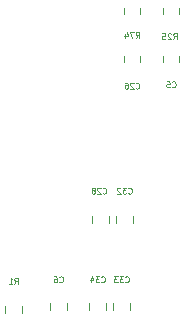
<source format=gbr>
G04 #@! TF.GenerationSoftware,KiCad,Pcbnew,(5.1.5-0-10_14)*
G04 #@! TF.CreationDate,2020-03-02T11:23:44+00:00*
G04 #@! TF.ProjectId,MidiLedController,4d696469-4c65-4644-936f-6e74726f6c6c,C*
G04 #@! TF.SameCoordinates,Original*
G04 #@! TF.FileFunction,Legend,Bot*
G04 #@! TF.FilePolarity,Positive*
%FSLAX46Y46*%
G04 Gerber Fmt 4.6, Leading zero omitted, Abs format (unit mm)*
G04 Created by KiCad (PCBNEW (5.1.5-0-10_14)) date 2020-03-02 11:23:44*
%MOMM*%
%LPD*%
G04 APERTURE LIST*
%ADD10C,0.120000*%
%ADD11C,0.100000*%
G04 APERTURE END LIST*
D10*
X135711000Y-46474748D02*
X135711000Y-46997252D01*
X134291000Y-46474748D02*
X134291000Y-46997252D01*
X134291000Y-51061252D02*
X134291000Y-50538748D01*
X135711000Y-51061252D02*
X135711000Y-50538748D01*
X128068000Y-72016252D02*
X128068000Y-71493748D01*
X129488000Y-72016252D02*
X129488000Y-71493748D01*
X130100000Y-72016252D02*
X130100000Y-71493748D01*
X131520000Y-72016252D02*
X131520000Y-71493748D01*
X130354000Y-64650252D02*
X130354000Y-64127748D01*
X131774000Y-64650252D02*
X131774000Y-64127748D01*
X128322000Y-64650252D02*
X128322000Y-64127748D01*
X129742000Y-64650252D02*
X129742000Y-64127748D01*
X124766000Y-72016252D02*
X124766000Y-71493748D01*
X126186000Y-72016252D02*
X126186000Y-71493748D01*
X132409000Y-46474748D02*
X132409000Y-46997252D01*
X130989000Y-46474748D02*
X130989000Y-46997252D01*
X122376000Y-71747748D02*
X122376000Y-72270252D01*
X120956000Y-71747748D02*
X120956000Y-72270252D01*
X130989000Y-51061252D02*
X130989000Y-50538748D01*
X132409000Y-51061252D02*
X132409000Y-50538748D01*
D11*
X135195428Y-49121190D02*
X135362095Y-48883095D01*
X135481142Y-49121190D02*
X135481142Y-48621190D01*
X135290666Y-48621190D01*
X135243047Y-48645000D01*
X135219238Y-48668809D01*
X135195428Y-48716428D01*
X135195428Y-48787857D01*
X135219238Y-48835476D01*
X135243047Y-48859285D01*
X135290666Y-48883095D01*
X135481142Y-48883095D01*
X135004952Y-48668809D02*
X134981142Y-48645000D01*
X134933523Y-48621190D01*
X134814476Y-48621190D01*
X134766857Y-48645000D01*
X134743047Y-48668809D01*
X134719238Y-48716428D01*
X134719238Y-48764047D01*
X134743047Y-48835476D01*
X135028761Y-49121190D01*
X134719238Y-49121190D01*
X134266857Y-48621190D02*
X134504952Y-48621190D01*
X134528761Y-48859285D01*
X134504952Y-48835476D01*
X134457333Y-48811666D01*
X134338285Y-48811666D01*
X134290666Y-48835476D01*
X134266857Y-48859285D01*
X134243047Y-48906904D01*
X134243047Y-49025952D01*
X134266857Y-49073571D01*
X134290666Y-49097380D01*
X134338285Y-49121190D01*
X134457333Y-49121190D01*
X134504952Y-49097380D01*
X134528761Y-49073571D01*
X135084333Y-53137571D02*
X135108142Y-53161380D01*
X135179571Y-53185190D01*
X135227190Y-53185190D01*
X135298619Y-53161380D01*
X135346238Y-53113761D01*
X135370047Y-53066142D01*
X135393857Y-52970904D01*
X135393857Y-52899476D01*
X135370047Y-52804238D01*
X135346238Y-52756619D01*
X135298619Y-52709000D01*
X135227190Y-52685190D01*
X135179571Y-52685190D01*
X135108142Y-52709000D01*
X135084333Y-52732809D01*
X134631952Y-52685190D02*
X134870047Y-52685190D01*
X134893857Y-52923285D01*
X134870047Y-52899476D01*
X134822428Y-52875666D01*
X134703380Y-52875666D01*
X134655761Y-52899476D01*
X134631952Y-52923285D01*
X134608142Y-52970904D01*
X134608142Y-53089952D01*
X134631952Y-53137571D01*
X134655761Y-53161380D01*
X134703380Y-53185190D01*
X134822428Y-53185190D01*
X134870047Y-53161380D01*
X134893857Y-53137571D01*
X129099428Y-69647571D02*
X129123238Y-69671380D01*
X129194666Y-69695190D01*
X129242285Y-69695190D01*
X129313714Y-69671380D01*
X129361333Y-69623761D01*
X129385142Y-69576142D01*
X129408952Y-69480904D01*
X129408952Y-69409476D01*
X129385142Y-69314238D01*
X129361333Y-69266619D01*
X129313714Y-69219000D01*
X129242285Y-69195190D01*
X129194666Y-69195190D01*
X129123238Y-69219000D01*
X129099428Y-69242809D01*
X128932761Y-69195190D02*
X128623238Y-69195190D01*
X128789904Y-69385666D01*
X128718476Y-69385666D01*
X128670857Y-69409476D01*
X128647047Y-69433285D01*
X128623238Y-69480904D01*
X128623238Y-69599952D01*
X128647047Y-69647571D01*
X128670857Y-69671380D01*
X128718476Y-69695190D01*
X128861333Y-69695190D01*
X128908952Y-69671380D01*
X128932761Y-69647571D01*
X128194666Y-69361857D02*
X128194666Y-69695190D01*
X128313714Y-69171380D02*
X128432761Y-69528523D01*
X128123238Y-69528523D01*
X131131428Y-69647571D02*
X131155238Y-69671380D01*
X131226666Y-69695190D01*
X131274285Y-69695190D01*
X131345714Y-69671380D01*
X131393333Y-69623761D01*
X131417142Y-69576142D01*
X131440952Y-69480904D01*
X131440952Y-69409476D01*
X131417142Y-69314238D01*
X131393333Y-69266619D01*
X131345714Y-69219000D01*
X131274285Y-69195190D01*
X131226666Y-69195190D01*
X131155238Y-69219000D01*
X131131428Y-69242809D01*
X130964761Y-69195190D02*
X130655238Y-69195190D01*
X130821904Y-69385666D01*
X130750476Y-69385666D01*
X130702857Y-69409476D01*
X130679047Y-69433285D01*
X130655238Y-69480904D01*
X130655238Y-69599952D01*
X130679047Y-69647571D01*
X130702857Y-69671380D01*
X130750476Y-69695190D01*
X130893333Y-69695190D01*
X130940952Y-69671380D01*
X130964761Y-69647571D01*
X130488571Y-69195190D02*
X130179047Y-69195190D01*
X130345714Y-69385666D01*
X130274285Y-69385666D01*
X130226666Y-69409476D01*
X130202857Y-69433285D01*
X130179047Y-69480904D01*
X130179047Y-69599952D01*
X130202857Y-69647571D01*
X130226666Y-69671380D01*
X130274285Y-69695190D01*
X130417142Y-69695190D01*
X130464761Y-69671380D01*
X130488571Y-69647571D01*
X131385428Y-62154571D02*
X131409238Y-62178380D01*
X131480666Y-62202190D01*
X131528285Y-62202190D01*
X131599714Y-62178380D01*
X131647333Y-62130761D01*
X131671142Y-62083142D01*
X131694952Y-61987904D01*
X131694952Y-61916476D01*
X131671142Y-61821238D01*
X131647333Y-61773619D01*
X131599714Y-61726000D01*
X131528285Y-61702190D01*
X131480666Y-61702190D01*
X131409238Y-61726000D01*
X131385428Y-61749809D01*
X131218761Y-61702190D02*
X130909238Y-61702190D01*
X131075904Y-61892666D01*
X131004476Y-61892666D01*
X130956857Y-61916476D01*
X130933047Y-61940285D01*
X130909238Y-61987904D01*
X130909238Y-62106952D01*
X130933047Y-62154571D01*
X130956857Y-62178380D01*
X131004476Y-62202190D01*
X131147333Y-62202190D01*
X131194952Y-62178380D01*
X131218761Y-62154571D01*
X130718761Y-61749809D02*
X130694952Y-61726000D01*
X130647333Y-61702190D01*
X130528285Y-61702190D01*
X130480666Y-61726000D01*
X130456857Y-61749809D01*
X130433047Y-61797428D01*
X130433047Y-61845047D01*
X130456857Y-61916476D01*
X130742571Y-62202190D01*
X130433047Y-62202190D01*
X129226428Y-62154571D02*
X129250238Y-62178380D01*
X129321666Y-62202190D01*
X129369285Y-62202190D01*
X129440714Y-62178380D01*
X129488333Y-62130761D01*
X129512142Y-62083142D01*
X129535952Y-61987904D01*
X129535952Y-61916476D01*
X129512142Y-61821238D01*
X129488333Y-61773619D01*
X129440714Y-61726000D01*
X129369285Y-61702190D01*
X129321666Y-61702190D01*
X129250238Y-61726000D01*
X129226428Y-61749809D01*
X129035952Y-61749809D02*
X129012142Y-61726000D01*
X128964523Y-61702190D01*
X128845476Y-61702190D01*
X128797857Y-61726000D01*
X128774047Y-61749809D01*
X128750238Y-61797428D01*
X128750238Y-61845047D01*
X128774047Y-61916476D01*
X129059761Y-62202190D01*
X128750238Y-62202190D01*
X128464523Y-61916476D02*
X128512142Y-61892666D01*
X128535952Y-61868857D01*
X128559761Y-61821238D01*
X128559761Y-61797428D01*
X128535952Y-61749809D01*
X128512142Y-61726000D01*
X128464523Y-61702190D01*
X128369285Y-61702190D01*
X128321666Y-61726000D01*
X128297857Y-61749809D01*
X128274047Y-61797428D01*
X128274047Y-61821238D01*
X128297857Y-61868857D01*
X128321666Y-61892666D01*
X128369285Y-61916476D01*
X128464523Y-61916476D01*
X128512142Y-61940285D01*
X128535952Y-61964095D01*
X128559761Y-62011714D01*
X128559761Y-62106952D01*
X128535952Y-62154571D01*
X128512142Y-62178380D01*
X128464523Y-62202190D01*
X128369285Y-62202190D01*
X128321666Y-62178380D01*
X128297857Y-62154571D01*
X128274047Y-62106952D01*
X128274047Y-62011714D01*
X128297857Y-61964095D01*
X128321666Y-61940285D01*
X128369285Y-61916476D01*
X125559333Y-69647571D02*
X125583142Y-69671380D01*
X125654571Y-69695190D01*
X125702190Y-69695190D01*
X125773619Y-69671380D01*
X125821238Y-69623761D01*
X125845047Y-69576142D01*
X125868857Y-69480904D01*
X125868857Y-69409476D01*
X125845047Y-69314238D01*
X125821238Y-69266619D01*
X125773619Y-69219000D01*
X125702190Y-69195190D01*
X125654571Y-69195190D01*
X125583142Y-69219000D01*
X125559333Y-69242809D01*
X125130761Y-69195190D02*
X125226000Y-69195190D01*
X125273619Y-69219000D01*
X125297428Y-69242809D01*
X125345047Y-69314238D01*
X125368857Y-69409476D01*
X125368857Y-69599952D01*
X125345047Y-69647571D01*
X125321238Y-69671380D01*
X125273619Y-69695190D01*
X125178380Y-69695190D01*
X125130761Y-69671380D01*
X125106952Y-69647571D01*
X125083142Y-69599952D01*
X125083142Y-69480904D01*
X125106952Y-69433285D01*
X125130761Y-69409476D01*
X125178380Y-69385666D01*
X125273619Y-69385666D01*
X125321238Y-69409476D01*
X125345047Y-69433285D01*
X125368857Y-69480904D01*
X132020428Y-48994190D02*
X132187095Y-48756095D01*
X132306142Y-48994190D02*
X132306142Y-48494190D01*
X132115666Y-48494190D01*
X132068047Y-48518000D01*
X132044238Y-48541809D01*
X132020428Y-48589428D01*
X132020428Y-48660857D01*
X132044238Y-48708476D01*
X132068047Y-48732285D01*
X132115666Y-48756095D01*
X132306142Y-48756095D01*
X131853761Y-48494190D02*
X131520428Y-48494190D01*
X131734714Y-48994190D01*
X131115666Y-48660857D02*
X131115666Y-48994190D01*
X131234714Y-48470380D02*
X131353761Y-48827523D01*
X131044238Y-48827523D01*
X121749333Y-69822190D02*
X121916000Y-69584095D01*
X122035047Y-69822190D02*
X122035047Y-69322190D01*
X121844571Y-69322190D01*
X121796952Y-69346000D01*
X121773142Y-69369809D01*
X121749333Y-69417428D01*
X121749333Y-69488857D01*
X121773142Y-69536476D01*
X121796952Y-69560285D01*
X121844571Y-69584095D01*
X122035047Y-69584095D01*
X121273142Y-69822190D02*
X121558857Y-69822190D01*
X121416000Y-69822190D02*
X121416000Y-69322190D01*
X121463619Y-69393619D01*
X121511238Y-69441238D01*
X121558857Y-69465047D01*
X132020428Y-53264571D02*
X132044238Y-53288380D01*
X132115666Y-53312190D01*
X132163285Y-53312190D01*
X132234714Y-53288380D01*
X132282333Y-53240761D01*
X132306142Y-53193142D01*
X132329952Y-53097904D01*
X132329952Y-53026476D01*
X132306142Y-52931238D01*
X132282333Y-52883619D01*
X132234714Y-52836000D01*
X132163285Y-52812190D01*
X132115666Y-52812190D01*
X132044238Y-52836000D01*
X132020428Y-52859809D01*
X131829952Y-52859809D02*
X131806142Y-52836000D01*
X131758523Y-52812190D01*
X131639476Y-52812190D01*
X131591857Y-52836000D01*
X131568047Y-52859809D01*
X131544238Y-52907428D01*
X131544238Y-52955047D01*
X131568047Y-53026476D01*
X131853761Y-53312190D01*
X131544238Y-53312190D01*
X131115666Y-52812190D02*
X131210904Y-52812190D01*
X131258523Y-52836000D01*
X131282333Y-52859809D01*
X131329952Y-52931238D01*
X131353761Y-53026476D01*
X131353761Y-53216952D01*
X131329952Y-53264571D01*
X131306142Y-53288380D01*
X131258523Y-53312190D01*
X131163285Y-53312190D01*
X131115666Y-53288380D01*
X131091857Y-53264571D01*
X131068047Y-53216952D01*
X131068047Y-53097904D01*
X131091857Y-53050285D01*
X131115666Y-53026476D01*
X131163285Y-53002666D01*
X131258523Y-53002666D01*
X131306142Y-53026476D01*
X131329952Y-53050285D01*
X131353761Y-53097904D01*
M02*

</source>
